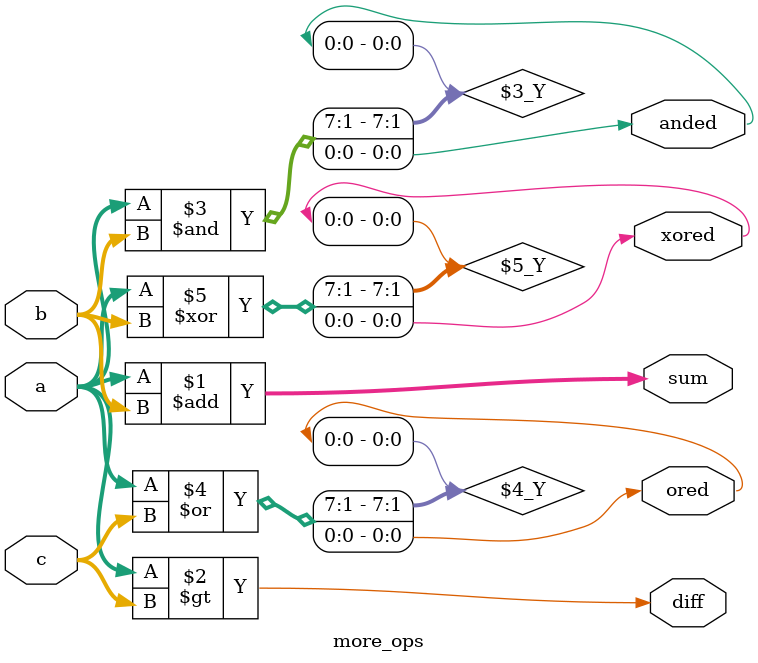
<source format=sv>
module more_ops (
    output logic diff,
    output logic anded,
    output logic ored,
    output logic xored,
    input logic [7:0] a,
    input logic [7:0] b,
    input logic [7:0] c,
    output logic [7:0] sum
);
    assign sum = a + b;
    assign diff = a > c;
    assign anded = a & b;
    assign ored = a | c;
    assign xored = a ^ b;
endmodule


</source>
